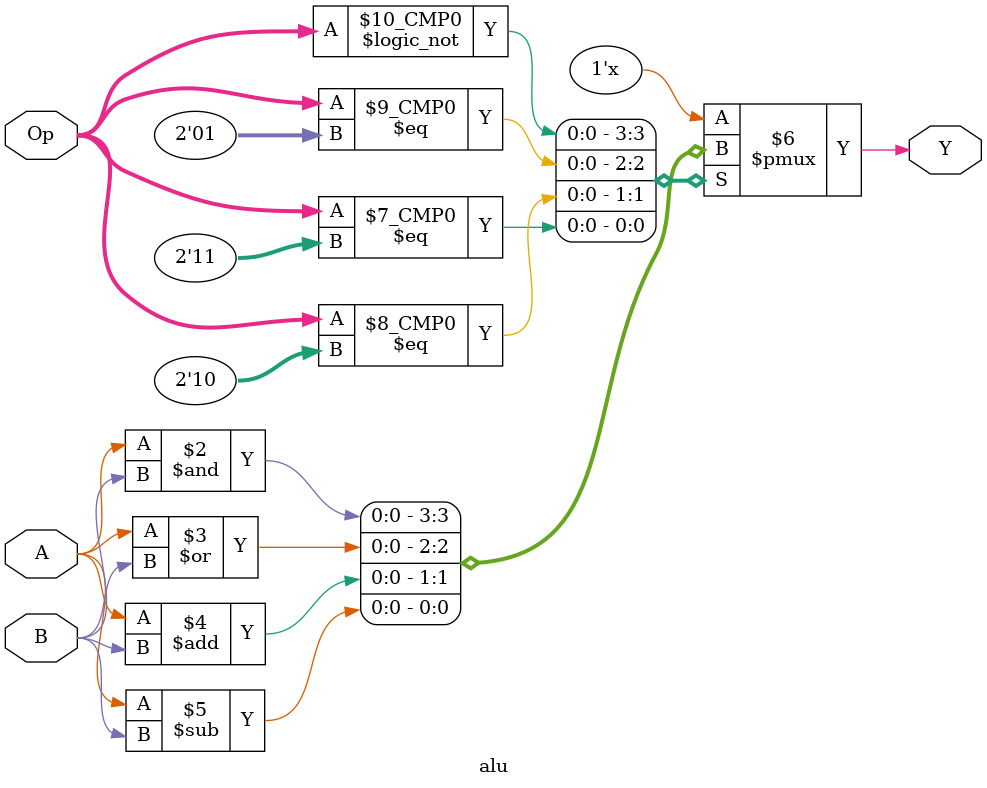
<source format=v>
module alu(input A, input B, input [1:0] Op, output reg Y);
    always @(*) begin
        case (Op)
            2'b00: Y = A & B;
            2'b01: Y = A | B;
            2'b10: Y = A + B;
            2'b11: Y = A - B;
        endcase
    end
endmodule

</source>
